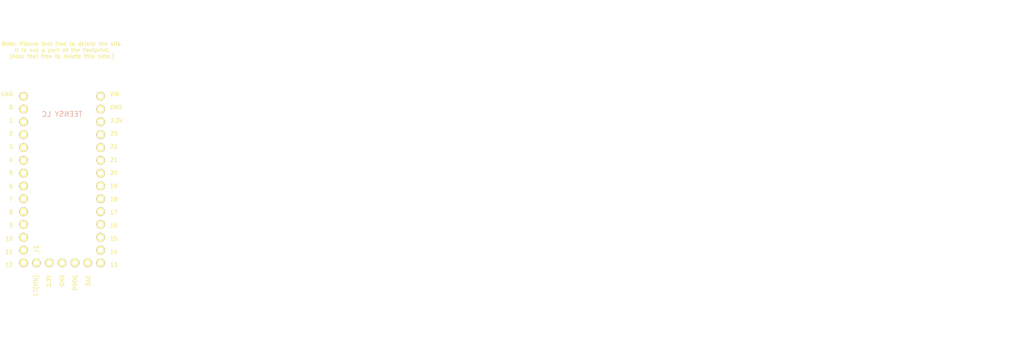
<source format=kicad_pcb>
(kicad_pcb (version 4) (host pcbnew 4.0.7-e2-6376~58~ubuntu16.04.1)

  (general
    (links 3)
    (no_connects 3)
    (area 90.895714 61.595 178.510001 123.265001)
    (thickness 1.6)
    (drawings 5)
    (tracks 0)
    (zones 0)
    (modules 1)
    (nets 3)
  )

  (page USLetter)
  (title_block
    (title "Project Title")
    (rev v1.0)
    (company "Released under the CERN Open Hardware License v1.2")
    (comment 1 "Based on template by jenner@wickerbox.net")
  )

  (layers
    (0 F.Cu signal)
    (31 B.Cu signal)
    (34 B.Paste user)
    (35 F.Paste user)
    (36 B.SilkS user)
    (37 F.SilkS user)
    (38 B.Mask user)
    (39 F.Mask user)
    (40 Dwgs.User user)
    (44 Edge.Cuts user)
    (46 B.CrtYd user)
    (47 F.CrtYd user)
    (48 B.Fab user)
    (49 F.Fab user)
  )

  (setup
    (last_trace_width 0.254)
    (user_trace_width 0.1524)
    (user_trace_width 0.254)
    (user_trace_width 0.3302)
    (user_trace_width 0.508)
    (user_trace_width 0.762)
    (user_trace_width 1.27)
    (trace_clearance 0.254)
    (zone_clearance 0.508)
    (zone_45_only no)
    (trace_min 0.1524)
    (segment_width 0.1524)
    (edge_width 0.1524)
    (via_size 0.6858)
    (via_drill 0.3302)
    (via_min_size 0.6858)
    (via_min_drill 0.3302)
    (user_via 0.6858 0.3302)
    (user_via 0.762 0.4064)
    (user_via 0.8636 0.508)
    (uvia_size 0.6858)
    (uvia_drill 0.3302)
    (uvias_allowed no)
    (uvia_min_size 0)
    (uvia_min_drill 0)
    (pcb_text_width 0.1524)
    (pcb_text_size 1.016 1.016)
    (mod_edge_width 0.1524)
    (mod_text_size 1.016 1.016)
    (mod_text_width 0.1524)
    (pad_size 1.524 1.524)
    (pad_drill 0.762)
    (pad_to_mask_clearance 0.0762)
    (solder_mask_min_width 0.1016)
    (pad_to_paste_clearance -0.0762)
    (aux_axis_origin 0 0)
    (visible_elements FFFEDF7D)
    (pcbplotparams
      (layerselection 0x310fc_80000001)
      (usegerberextensions true)
      (excludeedgelayer true)
      (linewidth 0.100000)
      (plotframeref false)
      (viasonmask false)
      (mode 1)
      (useauxorigin false)
      (hpglpennumber 1)
      (hpglpenspeed 20)
      (hpglpendiameter 15)
      (hpglpenoverlay 2)
      (psnegative false)
      (psa4output false)
      (plotreference true)
      (plotvalue true)
      (plotinvisibletext false)
      (padsonsilk false)
      (subtractmaskfromsilk false)
      (outputformat 1)
      (mirror false)
      (drillshape 0)
      (scaleselection 1)
      (outputdirectory gerbers))
  )

  (net 0 "")
  (net 1 GND)
  (net 2 +3V3)

  (net_class Default "This is the default net class."
    (clearance 0.254)
    (trace_width 0.254)
    (via_dia 0.6858)
    (via_drill 0.3302)
    (uvia_dia 0.6858)
    (uvia_drill 0.3302)
    (add_net +3V3)
    (add_net GND)
  )

  (module Wickerlib:TEENSY-LC (layer F.Cu) (tedit 599365C7) (tstamp 57379F2D)
    (at 63.5508 82.1944)
    (path /5749FE2C)
    (fp_text reference J1 (at -7.62 20.066 270) (layer F.SilkS)
      (effects (font (size 1 1) (thickness 0.15)))
    )
    (fp_text value TEENSY-LC (at -2.54 20.32 180) (layer F.Fab)
      (effects (font (size 1 1) (thickness 0.15)))
    )
    (fp_text user "TEENSY LC" (at -2.54 -6.604 180) (layer B.SilkS)
      (effects (font (size 1 1) (thickness 0.15)) (justify mirror))
    )
    (fp_line (start -11.43 24.13) (end 6.35 24.13) (layer F.Fab) (width 0.1524))
    (fp_line (start -11.43 -11.43) (end -11.43 24.13) (layer F.Fab) (width 0.1524))
    (fp_line (start 6.35 -11.43) (end -11.43 -11.43) (layer F.Fab) (width 0.1524))
    (fp_line (start 6.35 24.13) (end 6.35 -11.43) (layer F.Fab) (width 0.1524))
    (pad G1 thru_hole circle (at -10.16 -10.16) (size 1.7272 1.7272) (drill 1.016) (layers *.Cu *.Mask F.SilkS)
      (net 1 GND))
    (pad 0 thru_hole circle (at -10.16 -7.62) (size 1.7272 1.7272) (drill 1.016) (layers *.Cu *.Mask F.SilkS))
    (pad 1 thru_hole circle (at -10.16 -5.08) (size 1.7272 1.7272) (drill 1.016) (layers *.Cu *.Mask F.SilkS))
    (pad 2 thru_hole circle (at -10.16 -2.54) (size 1.7272 1.7272) (drill 1.016) (layers *.Cu *.Mask F.SilkS))
    (pad 3 thru_hole circle (at -10.16 0) (size 1.7272 1.7272) (drill 1.016) (layers *.Cu *.Mask F.SilkS))
    (pad 4 thru_hole circle (at -10.16 2.54) (size 1.7272 1.7272) (drill 1.016) (layers *.Cu *.Mask F.SilkS))
    (pad 5 thru_hole circle (at -10.16 5.08) (size 1.7272 1.7272) (drill 1.016) (layers *.Cu *.Mask F.SilkS))
    (pad 6 thru_hole circle (at -10.16 7.62) (size 1.7272 1.7272) (drill 1.016) (layers *.Cu *.Mask F.SilkS))
    (pad 7 thru_hole circle (at -10.16 10.16) (size 1.7272 1.7272) (drill 1.016) (layers *.Cu *.Mask F.SilkS))
    (pad 8 thru_hole circle (at -10.16 12.7) (size 1.7272 1.7272) (drill 1.016) (layers *.Cu *.Mask F.SilkS))
    (pad 9 thru_hole circle (at -10.16 15.24) (size 1.7272 1.7272) (drill 1.016) (layers *.Cu *.Mask F.SilkS))
    (pad 10 thru_hole circle (at -10.16 17.78) (size 1.7272 1.7272) (drill 1.016) (layers *.Cu *.Mask F.SilkS))
    (pad 11 thru_hole circle (at -10.16 20.32) (size 1.7272 1.7272) (drill 1.016) (layers *.Cu *.Mask F.SilkS))
    (pad 12 thru_hole circle (at -10.16 22.86) (size 1.7272 1.7272) (drill 1.016) (layers *.Cu *.Mask F.SilkS))
    (pad 17A thru_hole circle (at -7.62 22.86) (size 1.7272 1.7272) (drill 1.016) (layers *.Cu *.Mask F.SilkS))
    (pad 3V1 thru_hole circle (at -5.08 22.86) (size 1.7272 1.7272) (drill 1.016) (layers *.Cu *.Mask F.SilkS)
      (net 2 +3V3))
    (pad G2 thru_hole circle (at -2.54 22.86) (size 1.7272 1.7272) (drill 1.016) (layers *.Cu *.Mask F.SilkS)
      (net 1 GND))
    (pad PGM thru_hole circle (at 0 22.86) (size 1.7272 1.7272) (drill 1.016) (layers *.Cu *.Mask F.SilkS))
    (pad DAC thru_hole circle (at 2.54 22.86) (size 1.7272 1.7272) (drill 1.016) (layers *.Cu *.Mask F.SilkS))
    (pad 13 thru_hole circle (at 5.08 22.86) (size 1.7272 1.7272) (drill 1.016) (layers *.Cu *.Mask F.SilkS))
    (pad 16 thru_hole circle (at 5.08 15.24) (size 1.7272 1.7272) (drill 1.016) (layers *.Cu *.Mask F.SilkS))
    (pad 3V2 thru_hole circle (at 5.08 -5.08) (size 1.7272 1.7272) (drill 1.016) (layers *.Cu *.Mask F.SilkS)
      (net 2 +3V3))
    (pad 18 thru_hole circle (at 5.08 10.16) (size 1.7272 1.7272) (drill 1.016) (layers *.Cu *.Mask F.SilkS))
    (pad 17 thru_hole circle (at 5.08 12.7) (size 1.7272 1.7272) (drill 1.016) (layers *.Cu *.Mask F.SilkS))
    (pad G3 thru_hole circle (at 5.08 -7.62) (size 1.7272 1.7272) (drill 1.016) (layers *.Cu *.Mask F.SilkS)
      (net 1 GND))
    (pad 22 thru_hole circle (at 5.08 0) (size 1.7272 1.7272) (drill 1.016) (layers *.Cu *.Mask F.SilkS))
    (pad VIN thru_hole circle (at 5.08 -10.16) (size 1.7272 1.7272) (drill 1.016) (layers *.Cu *.Mask F.SilkS))
    (pad 21 thru_hole circle (at 5.08 2.54) (size 1.7272 1.7272) (drill 1.016) (layers *.Cu *.Mask F.SilkS))
    (pad 20 thru_hole circle (at 5.08 5.08) (size 1.7272 1.7272) (drill 1.016) (layers *.Cu *.Mask F.SilkS))
    (pad 19 thru_hole circle (at 5.08 7.62) (size 1.7272 1.7272) (drill 1.016) (layers *.Cu *.Mask F.SilkS))
    (pad 23 thru_hole circle (at 5.08 -2.54) (size 1.7272 1.7272) (drill 1.016) (layers *.Cu *.Mask F.SilkS))
    (pad 14 thru_hole circle (at 5.08 20.32) (size 1.7272 1.7272) (drill 1.016) (layers *.Cu *.Mask F.SilkS))
    (pad 15 thru_hole circle (at 5.08 17.78) (size 1.7272 1.7272) (drill 1.016) (layers *.Cu *.Mask F.SilkS))
  )

  (gr_text "FABRICATION NOTES\n\n1. THIS IS A 2 LAYER BOARD. \n2. EXTERNAL LAYERS SHALL HAVE 1 OZ COPPER.\n3. MATERIAL: FR4 AND 0.062 INCH +/- 10% THICK.\n4. BOARDS SHALL BE ROHS COMPLIANT. \n5. MANUFACTURE IN ACCORDANCE WITH IPC-6012 CLASS 2\n6. MASK: BOTH SIDES OF THE BOARD SHALL HAVE \n   SOLDER MASK (ANY COLOR) OVER BARE COPPER. \n7. SILK: BOTH SIDES OF THE BOARD SHALL HAVE \n   WHITE SILKSCREEN. DO NOT PLACE SILK OVER BARE COPPER.\n8. FINISH: ENIG.\n9. MINIMUM TRACE WIDTH - 0.006 INCH.\n   MINIMUM SPACE - 0.006 INCH.\n   MINIMUM HOLE DIA - 0.013 INCH. \n10. MAX HOLE PLACEMENT TOLERANCE OF +/- 0.003 INCH.\n11. MAX HOLE DIAMETER TOLERANCE OF +/- 0.003 INCH AFTER PLATING." (at 108.1532 87.63) (layer Dwgs.User)
    (effects (font (size 2.54 2.54) (thickness 0.254)) (justify left))
  )
  (gr_text "Note: Please feel free to delete the silk.\nIt is not a part of the footprint.\n(Also feel free to delete this note.)" (at 61.0108 62.8904) (layer F.SilkS)
    (effects (font (size 0.762 0.762) (thickness 0.1524)))
  )
  (gr_text "VIN\n\nGND\n\n3.3V\n\n23\n\n22\n\n21\n\n20\n\n19\n\n18\n\n17\n\n16\n\n15\n\n14\n\n13\n" (at 70.4088 88.5444) (layer F.SilkS)
    (effects (font (size 0.80772 0.762) (thickness 0.1524)) (justify left))
  )
  (gr_text "GND\n\n0\n\n1\n\n2\n\n3\n\n4\n\n5\n\n6\n\n7\n\n8\n\n9\n\n10\n\n11\n\n12" (at 51.3588 88.5444) (layer F.SilkS) (tstamp 5737A2C9)
    (effects (font (size 0.80772 0.762) (thickness 0.1524)) (justify right))
  )
  (gr_text "17(VIN)\n\n3.3V\n\nGND\n\nPROG\n\nDAC" (at 61.0108 107.3404 90) (layer F.SilkS) (tstamp 5737A2FF)
    (effects (font (size 0.80772 0.762) (thickness 0.1524)) (justify right))
  )

)

</source>
